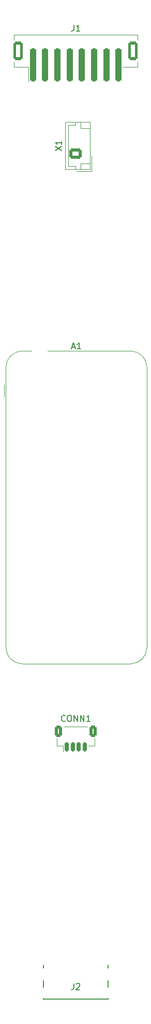
<source format=gbr>
%TF.GenerationSoftware,KiCad,Pcbnew,(6.0.4-0)*%
%TF.CreationDate,2022-11-29T11:04:19+01:00*%
%TF.ProjectId,ControllerBoard,436f6e74-726f-46c6-9c65-72426f617264,rev?*%
%TF.SameCoordinates,Original*%
%TF.FileFunction,Legend,Top*%
%TF.FilePolarity,Positive*%
%FSLAX46Y46*%
G04 Gerber Fmt 4.6, Leading zero omitted, Abs format (unit mm)*
G04 Created by KiCad (PCBNEW (6.0.4-0)) date 2022-11-29 11:04:19*
%MOMM*%
%LPD*%
G01*
G04 APERTURE LIST*
G04 Aperture macros list*
%AMRoundRect*
0 Rectangle with rounded corners*
0 $1 Rounding radius*
0 $2 $3 $4 $5 $6 $7 $8 $9 X,Y pos of 4 corners*
0 Add a 4 corners polygon primitive as box body*
4,1,4,$2,$3,$4,$5,$6,$7,$8,$9,$2,$3,0*
0 Add four circle primitives for the rounded corners*
1,1,$1+$1,$2,$3*
1,1,$1+$1,$4,$5*
1,1,$1+$1,$6,$7*
1,1,$1+$1,$8,$9*
0 Add four rect primitives between the rounded corners*
20,1,$1+$1,$2,$3,$4,$5,0*
20,1,$1+$1,$4,$5,$6,$7,0*
20,1,$1+$1,$6,$7,$8,$9,0*
20,1,$1+$1,$8,$9,$2,$3,0*%
G04 Aperture macros list end*
%ADD10C,0.150000*%
%ADD11C,0.120000*%
%ADD12C,0.200000*%
%ADD13RoundRect,0.250000X0.750000X-0.600000X0.750000X0.600000X-0.750000X0.600000X-0.750000X-0.600000X0*%
%ADD14O,2.000000X1.700000*%
%ADD15RoundRect,0.150000X-0.150000X-0.625000X0.150000X-0.625000X0.150000X0.625000X-0.150000X0.625000X0*%
%ADD16RoundRect,0.250000X-0.350000X-0.650000X0.350000X-0.650000X0.350000X0.650000X-0.350000X0.650000X0*%
%ADD17R,1.600000X1.600000*%
%ADD18C,1.600000*%
%ADD19R,0.700000X1.050000*%
%ADD20R,0.760000X1.050000*%
%ADD21R,0.800000X1.050000*%
%ADD22O,0.900000X1.500000*%
%ADD23RoundRect,0.250000X-0.250000X-2.500000X0.250000X-2.500000X0.250000X2.500000X-0.250000X2.500000X0*%
%ADD24RoundRect,0.250000X-0.550000X-1.250000X0.550000X-1.250000X0.550000X1.250000X-0.550000X1.250000X0*%
%ADD25C,2.640000*%
%ADD26R,2.000000X2.000000*%
%ADD27C,2.000000*%
G04 APERTURE END LIST*
D10*
%TO.C,X1*%
X107302380Y-36609523D02*
X108302380Y-35942857D01*
X107302380Y-35942857D02*
X108302380Y-36609523D01*
X108302380Y-35038095D02*
X108302380Y-35609523D01*
X108302380Y-35323809D02*
X107302380Y-35323809D01*
X107445238Y-35419047D01*
X107540476Y-35514285D01*
X107588095Y-35609523D01*
%TO.C,CONN1*%
X108911904Y-129607142D02*
X108864285Y-129654761D01*
X108721428Y-129702380D01*
X108626190Y-129702380D01*
X108483333Y-129654761D01*
X108388095Y-129559523D01*
X108340476Y-129464285D01*
X108292857Y-129273809D01*
X108292857Y-129130952D01*
X108340476Y-128940476D01*
X108388095Y-128845238D01*
X108483333Y-128750000D01*
X108626190Y-128702380D01*
X108721428Y-128702380D01*
X108864285Y-128750000D01*
X108911904Y-128797619D01*
X109530952Y-128702380D02*
X109721428Y-128702380D01*
X109816666Y-128750000D01*
X109911904Y-128845238D01*
X109959523Y-129035714D01*
X109959523Y-129369047D01*
X109911904Y-129559523D01*
X109816666Y-129654761D01*
X109721428Y-129702380D01*
X109530952Y-129702380D01*
X109435714Y-129654761D01*
X109340476Y-129559523D01*
X109292857Y-129369047D01*
X109292857Y-129035714D01*
X109340476Y-128845238D01*
X109435714Y-128750000D01*
X109530952Y-128702380D01*
X110388095Y-129702380D02*
X110388095Y-128702380D01*
X110959523Y-129702380D01*
X110959523Y-128702380D01*
X111435714Y-129702380D02*
X111435714Y-128702380D01*
X112007142Y-129702380D01*
X112007142Y-128702380D01*
X113007142Y-129702380D02*
X112435714Y-129702380D01*
X112721428Y-129702380D02*
X112721428Y-128702380D01*
X112626190Y-128845238D01*
X112530952Y-128940476D01*
X112435714Y-128988095D01*
%TO.C,A1*%
X110035714Y-68666666D02*
X110511904Y-68666666D01*
X109940476Y-68952380D02*
X110273809Y-67952380D01*
X110607142Y-68952380D01*
X111464285Y-68952380D02*
X110892857Y-68952380D01*
X111178571Y-68952380D02*
X111178571Y-67952380D01*
X111083333Y-68095238D01*
X110988095Y-68190476D01*
X110892857Y-68238095D01*
%TO.C,J2*%
X110316666Y-172452380D02*
X110316666Y-173166666D01*
X110269047Y-173309523D01*
X110173809Y-173404761D01*
X110030952Y-173452380D01*
X109935714Y-173452380D01*
X110745238Y-172547619D02*
X110792857Y-172500000D01*
X110888095Y-172452380D01*
X111126190Y-172452380D01*
X111221428Y-172500000D01*
X111269047Y-172547619D01*
X111316666Y-172642857D01*
X111316666Y-172738095D01*
X111269047Y-172880952D01*
X110697619Y-173452380D01*
X111316666Y-173452380D01*
%TO.C,J1*%
X110316666Y-16102380D02*
X110316666Y-16816666D01*
X110269047Y-16959523D01*
X110173809Y-17054761D01*
X110030952Y-17102380D01*
X109935714Y-17102380D01*
X111316666Y-17102380D02*
X110745238Y-17102380D01*
X111030952Y-17102380D02*
X111030952Y-16102380D01*
X110935714Y-16245238D01*
X110840476Y-16340476D01*
X110745238Y-16388095D01*
D11*
%TO.C,X1*%
X110760000Y-39960000D02*
X113260000Y-39960000D01*
X109440000Y-39160000D02*
X109440000Y-32440000D01*
X108940000Y-39660000D02*
X112960000Y-39660000D01*
X111460000Y-39660000D02*
X111460000Y-38660000D01*
X111460000Y-38660000D02*
X112960000Y-38660000D01*
X109440000Y-32440000D02*
X110650000Y-32440000D01*
X112960000Y-39660000D02*
X112960000Y-31940000D01*
X108940000Y-31940000D02*
X108940000Y-39660000D01*
X110650000Y-32440000D02*
X110650000Y-31940000D01*
X111460000Y-32940000D02*
X112960000Y-32940000D01*
X113260000Y-39960000D02*
X113260000Y-37460000D01*
X111460000Y-31940000D02*
X111460000Y-32940000D01*
X110650000Y-39160000D02*
X109440000Y-39160000D01*
X112960000Y-31940000D02*
X108940000Y-31940000D01*
X110650000Y-39660000D02*
X110650000Y-39160000D01*
%TO.C,CONN1*%
X108710000Y-130540000D02*
X112590000Y-130540000D01*
X108590000Y-133660000D02*
X108590000Y-134650000D01*
X113760000Y-133660000D02*
X112710000Y-133660000D01*
X107540000Y-133660000D02*
X108590000Y-133660000D01*
X113760000Y-132510000D02*
X113760000Y-133660000D01*
X107540000Y-132510000D02*
X107540000Y-133660000D01*
%TO.C,A1*%
X98897500Y-76750000D02*
X98897500Y-74750000D01*
X119647500Y-120310000D02*
X101867500Y-120310000D01*
X99217500Y-71940000D02*
X99217500Y-117660000D01*
X119647500Y-69290000D02*
X101867500Y-69290000D01*
X122297500Y-71940000D02*
X122297500Y-117660000D01*
X99217500Y-117660000D02*
G75*
G03*
X101867500Y-120310000I2650000J0D01*
G01*
X122297500Y-71940000D02*
G75*
G03*
X119647500Y-69290000I-2650000J0D01*
G01*
X101867500Y-69290000D02*
G75*
G03*
X99217500Y-71940000I0J-2650000D01*
G01*
X119647500Y-120310000D02*
G75*
G03*
X122297500Y-117660000I0J2650000D01*
G01*
D12*
%TO.C,J2*%
X105380000Y-174850000D02*
X105380000Y-175000000D01*
X115920000Y-172000000D02*
X115920000Y-173050000D01*
X105380000Y-175000000D02*
X115920000Y-175000000D01*
X105380000Y-169450000D02*
X105380000Y-169900000D01*
X105380000Y-172000000D02*
X105380000Y-173050000D01*
X115920000Y-175000000D02*
X115920000Y-174850000D01*
X115920000Y-169450000D02*
X115920000Y-169900000D01*
D11*
%TO.C,J1*%
X100565000Y-22110000D02*
X100565000Y-22960000D01*
X100565000Y-22960000D02*
X102890000Y-22960000D01*
X120735000Y-22110000D02*
X120735000Y-22960000D01*
X120735000Y-22960000D02*
X118410000Y-22960000D01*
X102890000Y-22960000D02*
X102890000Y-25350000D01*
X100565000Y-18590000D02*
X100565000Y-17740000D01*
X100565000Y-17740000D02*
X120735000Y-17740000D01*
X120735000Y-17740000D02*
X120735000Y-18590000D01*
%TD*%
%LPC*%
D13*
%TO.C,X1*%
X110650000Y-37050000D03*
D14*
X110650000Y-34550000D03*
%TD*%
D15*
%TO.C,CONN1*%
X109150000Y-133875000D03*
X110150000Y-133875000D03*
X111150000Y-133875000D03*
X112150000Y-133875000D03*
D16*
X113450000Y-131350000D03*
X107850000Y-131350000D03*
%TD*%
D17*
%TO.C,A1*%
X100597500Y-75750000D03*
D18*
X100597500Y-78290000D03*
X100597500Y-80830000D03*
X100597500Y-83370000D03*
X100597500Y-85910000D03*
X100597500Y-88450000D03*
X100597500Y-90990000D03*
X100597500Y-93530000D03*
X100597500Y-96070000D03*
X100597500Y-98610000D03*
X100597500Y-101150000D03*
X100597500Y-103690000D03*
X100597500Y-106230000D03*
X100597500Y-108770000D03*
X100597500Y-111310000D03*
X100597500Y-113850000D03*
X120917500Y-113850000D03*
X120917500Y-111310000D03*
X120917500Y-108770000D03*
X120917500Y-106230000D03*
X120917500Y-103690000D03*
X120917500Y-101150000D03*
X120917500Y-98610000D03*
X120917500Y-96070000D03*
X120917500Y-93530000D03*
X120917500Y-90990000D03*
X120917500Y-88450000D03*
X120917500Y-85910000D03*
%TD*%
D19*
%TO.C,J2*%
X110150000Y-168175000D03*
D20*
X112170000Y-168175000D03*
D21*
X113400000Y-168175000D03*
D19*
X111150000Y-168175000D03*
D20*
X109130000Y-168175000D03*
D21*
X107900000Y-168175000D03*
D22*
X104850000Y-174000000D03*
X116450000Y-174000000D03*
X104850000Y-171000000D03*
X116450000Y-171000000D03*
%TD*%
D23*
%TO.C,J1*%
X103650000Y-22600000D03*
X105650000Y-22600000D03*
X107650000Y-22600000D03*
X109650000Y-22600000D03*
X111650000Y-22600000D03*
X113650000Y-22600000D03*
X115650000Y-22600000D03*
X117650000Y-22600000D03*
D24*
X101250000Y-20350000D03*
X120050000Y-20350000D03*
%TD*%
D25*
%TO.C,BT1*%
X104805000Y-69500000D03*
X116795000Y-115980000D03*
D26*
X110800000Y-66750000D03*
D27*
X110800000Y-118740000D03*
%TD*%
M02*

</source>
